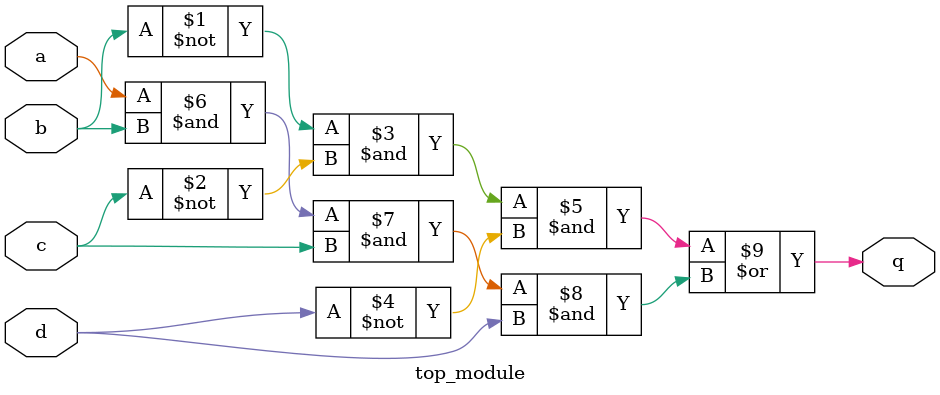
<source format=sv>
module top_module (
	input a, 
	input b, 
	input c, 
	input d,
	output q
);

assign q = (~b & ~c & ~d) | (a & b & c & d);
endmodule

</source>
